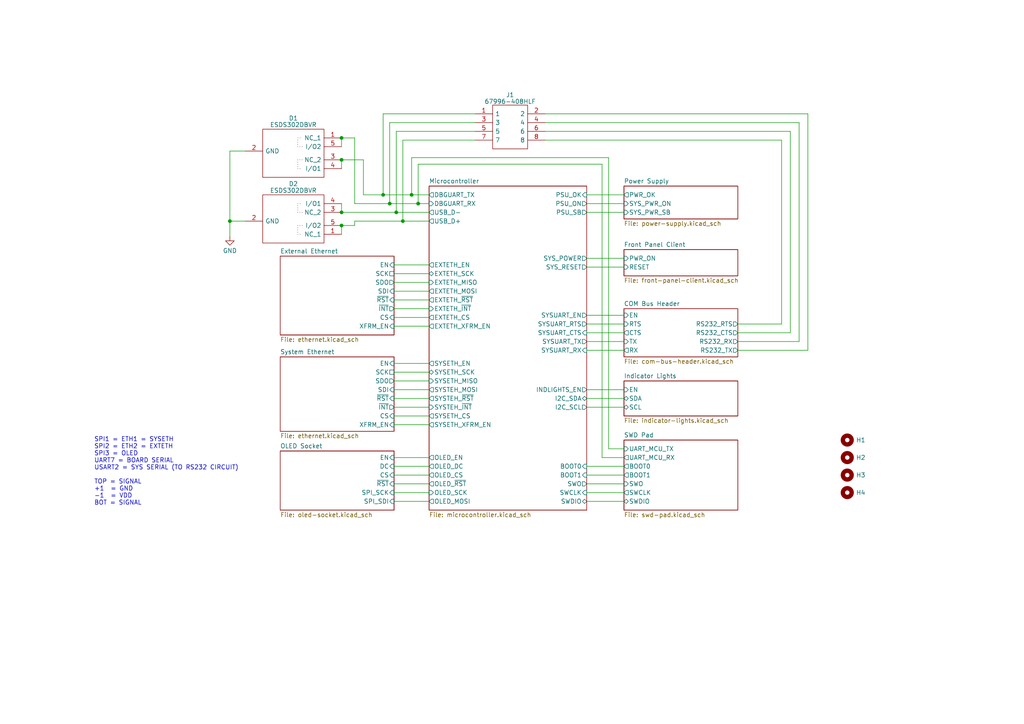
<source format=kicad_sch>
(kicad_sch (version 20230121) (generator eeschema)

  (uuid e89dcd22-1250-4a5b-b778-1c95a0dd623d)

  (paper "A4")

  (title_block
    (title "Oro Link")
    (date "2023-07-15")
    (rev "6")
    (company "Oro Operating System")
    (comment 1 "://oro.sh")
    (comment 2 "Joshua Lee Junon")
  )

  (lib_symbols
    (symbol "Mechanical:MountingHole" (pin_names (offset 1.016)) (in_bom yes) (on_board yes)
      (property "Reference" "H" (at 0 5.08 0)
        (effects (font (size 1.27 1.27)))
      )
      (property "Value" "MountingHole" (at 0 3.175 0)
        (effects (font (size 1.27 1.27)))
      )
      (property "Footprint" "" (at 0 0 0)
        (effects (font (size 1.27 1.27)) hide)
      )
      (property "Datasheet" "~" (at 0 0 0)
        (effects (font (size 1.27 1.27)) hide)
      )
      (property "ki_keywords" "mounting hole" (at 0 0 0)
        (effects (font (size 1.27 1.27)) hide)
      )
      (property "ki_description" "Mounting Hole without connection" (at 0 0 0)
        (effects (font (size 1.27 1.27)) hide)
      )
      (property "ki_fp_filters" "MountingHole*" (at 0 0 0)
        (effects (font (size 1.27 1.27)) hide)
      )
      (symbol "MountingHole_0_1"
        (circle (center 0 0) (radius 1.27)
          (stroke (width 1.27) (type default))
          (fill (type none))
        )
      )
    )
    (symbol "Oro:ESDS302DBVR_tied" (pin_names (offset 0.762)) (in_bom yes) (on_board yes)
      (property "Reference" "D" (at 13.97 3.81 0)
        (effects (font (size 1.27 1.27)))
      )
      (property "Value" "ESDS302DBVR" (at 13.97 1.27 0)
        (effects (font (size 1.27 1.27)))
      )
      (property "Footprint" "SOT95P280X145-5N" (at 40.64 3.81 0)
        (effects (font (size 1.27 1.27)) (justify left) hide)
      )
      (property "Datasheet" "http://www.ti.com/lit/gpn/esds302" (at 40.64 1.27 0)
        (effects (font (size 1.27 1.27)) (justify left) hide)
      )
      (property "Description" "3.6V Data-Line Surge and 30kV ESD Protection Diode Array" (at 40.64 -1.27 0)
        (effects (font (size 1.27 1.27)) (justify left) hide)
      )
      (property "Height" "1.45" (at 40.64 -21.59 0)
        (effects (font (size 1.27 1.27)) (justify left) hide)
      )
      (property "Manufacturer_Name" "Texas Instruments" (at 40.64 -6.35 0)
        (effects (font (size 1.27 1.27)) (justify left) hide)
      )
      (property "Manufacturer_Part_Number" "ESDS302DBVR" (at 40.64 -8.89 0)
        (effects (font (size 1.27 1.27)) (justify left) hide)
      )
      (property "Mouser Part Number" "595-ESDS302DBVR" (at 40.64 -11.43 0)
        (effects (font (size 1.27 1.27)) (justify left) hide)
      )
      (property "Mouser Price/Stock" "https://www.mouser.co.uk/ProductDetail/Texas-Instruments/ESDS302DBVR?qs=qSfuJ%252Bfl%2Fd4NxvvS2bbWLw%3D%3D" (at 40.64 -13.97 0)
        (effects (font (size 1.27 1.27)) (justify left) hide)
      )
      (property "Arrow Part Number" "ESDS302DBVR" (at 40.64 -16.51 0)
        (effects (font (size 1.27 1.27)) (justify left) hide)
      )
      (property "Arrow Price/Stock" "https://www.arrow.com/en/products/esds302dbvr/texas-instruments" (at 40.64 -19.05 0)
        (effects (font (size 1.27 1.27)) (justify left) hide)
      )
      (property "ki_description" "3.6V Data-Line Surge and 30kV ESD Protection Diode Array" (at 0 0 0)
        (effects (font (size 1.27 1.27)) hide)
      )
      (symbol "ESDS302DBVR_tied_0_0"
        (pin passive line (at 27.94 -11.43 180) (length 5.08)
          (name "NC_1" (effects (font (size 1.27 1.27))))
          (number "1" (effects (font (size 1.27 1.27))))
        )
        (pin passive line (at 0 -7.62 0) (length 5.08)
          (name "GND" (effects (font (size 1.27 1.27))))
          (number "2" (effects (font (size 1.27 1.27))))
        )
        (pin passive line (at 27.94 -5.08 180) (length 5.08)
          (name "NC_2" (effects (font (size 1.27 1.27))))
          (number "3" (effects (font (size 1.27 1.27))))
        )
        (pin passive line (at 27.94 -2.54 180) (length 5.08)
          (name "I/O1" (effects (font (size 1.27 1.27))))
          (number "4" (effects (font (size 1.27 1.27))))
        )
        (pin passive line (at 27.94 -8.89 180) (length 5.08)
          (name "I/O2" (effects (font (size 1.27 1.27))))
          (number "5" (effects (font (size 1.27 1.27))))
        )
      )
      (symbol "ESDS302DBVR_tied_0_1"
        (polyline
          (pts
            (xy 16.51 -8.89)
            (xy 15.24 -8.89)
            (xy 15.24 -11.43)
            (xy 16.51 -11.43)
          )
          (stroke (width 0) (type dot))
          (fill (type none))
        )
        (polyline
          (pts
            (xy 16.51 -5.08)
            (xy 15.24 -5.08)
            (xy 15.24 -2.54)
            (xy 16.51 -2.54)
          )
          (stroke (width 0) (type dot))
          (fill (type none))
        )
        (polyline
          (pts
            (xy 5.08 0)
            (xy 22.86 0)
            (xy 22.86 -13.97)
            (xy 5.08 -13.97)
            (xy 5.08 0)
          )
          (stroke (width 0.1524) (type solid))
          (fill (type none))
        )
      )
    )
    (symbol "SamacSys_Parts:67996-408HLF" (pin_names (offset 0.762)) (in_bom yes) (on_board yes)
      (property "Reference" "J" (at 16.51 7.62 0)
        (effects (font (size 1.27 1.27)) (justify left))
      )
      (property "Value" "67996-408HLF" (at 16.51 5.08 0)
        (effects (font (size 1.27 1.27)) (justify left))
      )
      (property "Footprint" "HDRV8W89P254_2X4_1016X483X858P" (at 16.51 2.54 0)
        (effects (font (size 1.27 1.27)) (justify left) hide)
      )
      (property "Datasheet" "https://cdn.amphenol-cs.com/media/wysiwyg/files/drawing/67996.pdf" (at 16.51 0 0)
        (effects (font (size 1.27 1.27)) (justify left) hide)
      )
      (property "Description" "BergStik, Board to Board connector, Unshrouded vertical header, Through Hole, Double Row, 8 Positions, 2.54 mm (0.100in) Pitch" (at 16.51 -2.54 0)
        (effects (font (size 1.27 1.27)) (justify left) hide)
      )
      (property "Height" "8.58" (at 16.51 -5.08 0)
        (effects (font (size 1.27 1.27)) (justify left) hide)
      )
      (property "Manufacturer_Name" "Amphenol Communications Solutions" (at 16.51 -7.62 0)
        (effects (font (size 1.27 1.27)) (justify left) hide)
      )
      (property "Manufacturer_Part_Number" "67996-408HLF" (at 16.51 -10.16 0)
        (effects (font (size 1.27 1.27)) (justify left) hide)
      )
      (property "Mouser Part Number" "649-67996-408HLF" (at 16.51 -12.7 0)
        (effects (font (size 1.27 1.27)) (justify left) hide)
      )
      (property "Mouser Price/Stock" "https://www.mouser.co.uk/ProductDetail/Amphenol-FCI/67996-408HLF?qs=zh4O8xspOux8A5Dq3mcAKw%3D%3D" (at 16.51 -15.24 0)
        (effects (font (size 1.27 1.27)) (justify left) hide)
      )
      (property "Arrow Part Number" "67996-408HLF" (at 16.51 -17.78 0)
        (effects (font (size 1.27 1.27)) (justify left) hide)
      )
      (property "Arrow Price/Stock" "https://www.arrow.com/en/products/67996-408hlf/amphenol-fci" (at 16.51 -20.32 0)
        (effects (font (size 1.27 1.27)) (justify left) hide)
      )
      (property "ki_description" "BergStik, Board to Board connector, Unshrouded vertical header, Through Hole, Double Row, 8 Positions, 2.54 mm (0.100in) Pitch" (at 0 0 0)
        (effects (font (size 1.27 1.27)) hide)
      )
      (symbol "67996-408HLF_0_0"
        (pin passive line (at 0 0 0) (length 5.08)
          (name "1" (effects (font (size 1.27 1.27))))
          (number "1" (effects (font (size 1.27 1.27))))
        )
        (pin passive line (at 20.32 0 180) (length 5.08)
          (name "2" (effects (font (size 1.27 1.27))))
          (number "2" (effects (font (size 1.27 1.27))))
        )
        (pin passive line (at 0 -2.54 0) (length 5.08)
          (name "3" (effects (font (size 1.27 1.27))))
          (number "3" (effects (font (size 1.27 1.27))))
        )
        (pin passive line (at 20.32 -2.54 180) (length 5.08)
          (name "4" (effects (font (size 1.27 1.27))))
          (number "4" (effects (font (size 1.27 1.27))))
        )
        (pin passive line (at 0 -5.08 0) (length 5.08)
          (name "5" (effects (font (size 1.27 1.27))))
          (number "5" (effects (font (size 1.27 1.27))))
        )
        (pin passive line (at 20.32 -5.08 180) (length 5.08)
          (name "6" (effects (font (size 1.27 1.27))))
          (number "6" (effects (font (size 1.27 1.27))))
        )
        (pin passive line (at 0 -7.62 0) (length 5.08)
          (name "7" (effects (font (size 1.27 1.27))))
          (number "7" (effects (font (size 1.27 1.27))))
        )
        (pin passive line (at 20.32 -7.62 180) (length 5.08)
          (name "8" (effects (font (size 1.27 1.27))))
          (number "8" (effects (font (size 1.27 1.27))))
        )
      )
      (symbol "67996-408HLF_0_1"
        (polyline
          (pts
            (xy 5.08 2.54)
            (xy 15.24 2.54)
            (xy 15.24 -10.16)
            (xy 5.08 -10.16)
            (xy 5.08 2.54)
          )
          (stroke (width 0.1524) (type solid))
          (fill (type none))
        )
      )
    )
    (symbol "power:GND" (power) (pin_names (offset 0)) (in_bom yes) (on_board yes)
      (property "Reference" "#PWR" (at 0 -6.35 0)
        (effects (font (size 1.27 1.27)) hide)
      )
      (property "Value" "GND" (at 0 -3.81 0)
        (effects (font (size 1.27 1.27)))
      )
      (property "Footprint" "" (at 0 0 0)
        (effects (font (size 1.27 1.27)) hide)
      )
      (property "Datasheet" "" (at 0 0 0)
        (effects (font (size 1.27 1.27)) hide)
      )
      (property "ki_keywords" "global power" (at 0 0 0)
        (effects (font (size 1.27 1.27)) hide)
      )
      (property "ki_description" "Power symbol creates a global label with name \"GND\" , ground" (at 0 0 0)
        (effects (font (size 1.27 1.27)) hide)
      )
      (symbol "GND_0_1"
        (polyline
          (pts
            (xy 0 0)
            (xy 0 -1.27)
            (xy 1.27 -1.27)
            (xy 0 -2.54)
            (xy -1.27 -1.27)
            (xy 0 -1.27)
          )
          (stroke (width 0) (type default))
          (fill (type none))
        )
      )
      (symbol "GND_1_1"
        (pin power_in line (at 0 0 270) (length 0) hide
          (name "GND" (effects (font (size 1.27 1.27))))
          (number "1" (effects (font (size 1.27 1.27))))
        )
      )
    )
  )

  (junction (at 119.38 56.515) (diameter 0) (color 0 0 0 0)
    (uuid 29b18527-6dbf-49d3-ba0f-0ea16865cbe8)
  )
  (junction (at 99.06 61.595) (diameter 0) (color 0 0 0 0)
    (uuid 4ca1c7c8-4632-48f5-87fd-c911eacb0d9d)
  )
  (junction (at 111.125 56.515) (diameter 0) (color 0 0 0 0)
    (uuid 5787083e-1b0b-46b5-9cf5-dbd8f4481593)
  )
  (junction (at 99.06 65.405) (diameter 0) (color 0 0 0 0)
    (uuid 7874a394-225e-4876-acac-0799cc43b688)
  )
  (junction (at 99.06 46.355) (diameter 0) (color 0 0 0 0)
    (uuid 7f1224a3-b8fa-4fd2-aee9-84070693d98a)
  )
  (junction (at 116.84 64.135) (diameter 0) (color 0 0 0 0)
    (uuid 99bc7eea-3b0a-4d15-8793-817cc66589ff)
  )
  (junction (at 114.935 61.595) (diameter 0) (color 0 0 0 0)
    (uuid bd6fe481-d59b-4626-9e23-cd3fbc600ec2)
  )
  (junction (at 66.675 64.135) (diameter 0) (color 0 0 0 0)
    (uuid d7469f64-9197-4c07-8214-357cf3ee6e9f)
  )
  (junction (at 121.285 59.055) (diameter 0) (color 0 0 0 0)
    (uuid e1bd5765-82eb-4f20-8fd8-cf7d0808027d)
  )
  (junction (at 113.03 59.055) (diameter 0) (color 0 0 0 0)
    (uuid e760638a-21e0-4458-a079-5aedeff01bbf)
  )
  (junction (at 99.06 40.005) (diameter 0) (color 0 0 0 0)
    (uuid ea16ac5a-411e-4c7c-98fc-ad4d44a588f8)
  )

  (wire (pts (xy 114.3 132.715) (xy 124.46 132.715))
    (stroke (width 0) (type default))
    (uuid 0168c806-d34c-4238-bc07-a6d7b739af64)
  )
  (wire (pts (xy 114.3 113.03) (xy 124.46 113.03))
    (stroke (width 0) (type default))
    (uuid 01db7def-863f-4460-a802-2ec51dfb9367)
  )
  (wire (pts (xy 111.125 33.02) (xy 137.795 33.02))
    (stroke (width 0) (type default))
    (uuid 036d3013-9595-4cc0-bea0-90d90156a23c)
  )
  (wire (pts (xy 170.18 113.03) (xy 180.975 113.03))
    (stroke (width 0) (type default))
    (uuid 03a98f7f-d665-48ca-82cb-8419fcc843fd)
  )
  (wire (pts (xy 102.87 59.055) (xy 102.87 40.005))
    (stroke (width 0) (type default))
    (uuid 04f6c70f-3735-4e4b-b285-32a03e7c6123)
  )
  (wire (pts (xy 176.53 130.175) (xy 180.975 130.175))
    (stroke (width 0) (type default))
    (uuid 07de3d07-6e0c-475b-a80a-819fc538aa02)
  )
  (wire (pts (xy 99.06 65.405) (xy 99.06 67.945))
    (stroke (width 0) (type default))
    (uuid 0ffdaf8e-7e48-4a89-a80c-25714ea2b762)
  )
  (wire (pts (xy 114.3 92.075) (xy 124.46 92.075))
    (stroke (width 0) (type default))
    (uuid 10ca1b8d-b487-4903-8905-351b7f5e2867)
  )
  (wire (pts (xy 170.18 61.595) (xy 180.975 61.595))
    (stroke (width 0) (type default))
    (uuid 152bd8d4-ae66-44fe-b3dd-3e9e69f46ce3)
  )
  (wire (pts (xy 99.06 40.005) (xy 99.06 42.545))
    (stroke (width 0) (type default))
    (uuid 160737cb-82e3-467f-bebf-23aac6480744)
  )
  (wire (pts (xy 226.695 93.98) (xy 226.695 40.64))
    (stroke (width 0) (type default))
    (uuid 1a783963-0101-49c2-b6fb-ae61bfb14778)
  )
  (wire (pts (xy 114.3 79.375) (xy 124.46 79.375))
    (stroke (width 0) (type default))
    (uuid 1ab50632-c857-41a9-8a63-55b3d8566a6a)
  )
  (wire (pts (xy 111.125 56.515) (xy 111.125 33.02))
    (stroke (width 0) (type default))
    (uuid 25205aec-de05-41e6-83cf-cca130b6193f)
  )
  (wire (pts (xy 119.38 56.515) (xy 119.38 45.72))
    (stroke (width 0) (type default))
    (uuid 26be1d0e-50cb-48e4-9ad6-1101576f3f80)
  )
  (wire (pts (xy 170.18 101.6) (xy 180.975 101.6))
    (stroke (width 0) (type default))
    (uuid 28118b36-6637-4bcb-b125-ceab1d16aaca)
  )
  (wire (pts (xy 174.625 132.715) (xy 180.975 132.715))
    (stroke (width 0) (type default))
    (uuid 2bf1b1f3-dd96-4c6f-968f-fbd71c9585e3)
  )
  (wire (pts (xy 116.84 40.64) (xy 137.795 40.64))
    (stroke (width 0) (type default))
    (uuid 2d8cc211-894a-43ce-80f7-6bb0cb112226)
  )
  (wire (pts (xy 114.3 115.57) (xy 124.46 115.57))
    (stroke (width 0) (type default))
    (uuid 3001de68-d355-4341-b3ae-afe7b3089673)
  )
  (wire (pts (xy 116.84 64.135) (xy 116.84 40.64))
    (stroke (width 0) (type default))
    (uuid 353e7f56-5f7e-4cda-b7d4-59ab77b055a6)
  )
  (wire (pts (xy 119.38 56.515) (xy 124.46 56.515))
    (stroke (width 0) (type default))
    (uuid 37b75ee8-1328-496e-a306-99234f09c444)
  )
  (wire (pts (xy 114.3 105.41) (xy 124.46 105.41))
    (stroke (width 0) (type default))
    (uuid 3ae45b58-093b-4770-af1d-0954498e28fb)
  )
  (wire (pts (xy 114.3 142.875) (xy 124.46 142.875))
    (stroke (width 0) (type default))
    (uuid 4072240e-cfa3-47f8-837f-e2d9c720eb6b)
  )
  (wire (pts (xy 116.84 64.135) (xy 102.87 64.135))
    (stroke (width 0) (type default))
    (uuid 409aa5bf-c527-49bd-89ea-47c045537ba9)
  )
  (wire (pts (xy 213.995 99.06) (xy 231.775 99.06))
    (stroke (width 0) (type default))
    (uuid 42bdfc22-5b82-457e-a3d2-3ef5d96d01c2)
  )
  (wire (pts (xy 114.3 84.455) (xy 124.46 84.455))
    (stroke (width 0) (type default))
    (uuid 47418031-dcdc-4b38-bff9-ed373f689568)
  )
  (wire (pts (xy 114.935 61.595) (xy 114.935 38.1))
    (stroke (width 0) (type default))
    (uuid 47fd6688-0cc3-4037-9b27-bfc48643a096)
  )
  (wire (pts (xy 105.41 46.355) (xy 99.06 46.355))
    (stroke (width 0) (type default))
    (uuid 49fb8455-2a82-4128-a549-4706cc589046)
  )
  (wire (pts (xy 111.125 56.515) (xy 119.38 56.515))
    (stroke (width 0) (type default))
    (uuid 4d9a922b-8b1a-44a2-8a0f-6bf2d33d2713)
  )
  (wire (pts (xy 114.3 135.255) (xy 124.46 135.255))
    (stroke (width 0) (type default))
    (uuid 4db8af70-dc43-4e8d-a7a2-42222cf9f24b)
  )
  (wire (pts (xy 99.06 61.595) (xy 114.935 61.595))
    (stroke (width 0) (type default))
    (uuid 4dd8d431-430d-483e-85b2-d89c439b7743)
  )
  (wire (pts (xy 170.18 59.055) (xy 180.975 59.055))
    (stroke (width 0) (type default))
    (uuid 4fe290a5-c5f4-426d-95a6-8df60097a32f)
  )
  (wire (pts (xy 114.3 81.915) (xy 124.46 81.915))
    (stroke (width 0) (type default))
    (uuid 52ff3c14-b567-41c9-abbf-a2ef3f189d43)
  )
  (wire (pts (xy 174.625 47.625) (xy 174.625 132.715))
    (stroke (width 0) (type default))
    (uuid 54677c02-149b-4b23-83f7-34f549036e73)
  )
  (wire (pts (xy 105.41 56.515) (xy 105.41 46.355))
    (stroke (width 0) (type default))
    (uuid 54704a0c-804a-41be-b2d4-b12285383855)
  )
  (wire (pts (xy 213.995 93.98) (xy 226.695 93.98))
    (stroke (width 0) (type default))
    (uuid 57148e95-decf-4d21-a416-44c321855822)
  )
  (wire (pts (xy 114.3 123.19) (xy 124.46 123.19))
    (stroke (width 0) (type default))
    (uuid 5e5f2025-7d36-4e7e-bccd-f14075d0d92e)
  )
  (wire (pts (xy 102.87 40.005) (xy 99.06 40.005))
    (stroke (width 0) (type default))
    (uuid 66fc3c4a-a2a7-4c23-a789-bc8435e5e047)
  )
  (wire (pts (xy 99.06 59.055) (xy 99.06 61.595))
    (stroke (width 0) (type default))
    (uuid 672cb193-4d89-4eec-89df-5f9b1e52fd23)
  )
  (wire (pts (xy 71.12 43.815) (xy 66.675 43.815))
    (stroke (width 0) (type default))
    (uuid 690f768e-efff-4453-8ef4-ae3d6b879c1c)
  )
  (wire (pts (xy 158.115 33.02) (xy 234.315 33.02))
    (stroke (width 0) (type default))
    (uuid 69b46502-60d4-4154-9fe2-9edf26197a11)
  )
  (wire (pts (xy 114.3 140.335) (xy 124.46 140.335))
    (stroke (width 0) (type default))
    (uuid 6d5f7412-4a81-4c1d-a3ae-7c347d93f5bd)
  )
  (wire (pts (xy 234.315 101.6) (xy 234.315 33.02))
    (stroke (width 0) (type default))
    (uuid 7028f7fa-ceba-41c1-a743-5e979a45f948)
  )
  (wire (pts (xy 102.87 65.405) (xy 99.06 65.405))
    (stroke (width 0) (type default))
    (uuid 762a0d21-d547-4cc9-ad0d-2ed9bb6c2c20)
  )
  (wire (pts (xy 114.3 76.835) (xy 124.46 76.835))
    (stroke (width 0) (type default))
    (uuid 76b99586-ad18-4eeb-8010-5f8e662b39fd)
  )
  (wire (pts (xy 170.18 118.11) (xy 180.975 118.11))
    (stroke (width 0) (type default))
    (uuid 7b54ad0b-f4a9-44b5-a886-f5769a1496e0)
  )
  (wire (pts (xy 66.675 64.135) (xy 66.675 68.58))
    (stroke (width 0) (type default))
    (uuid 80f00e60-541b-4a72-b665-5495ffaaefbc)
  )
  (wire (pts (xy 114.3 89.535) (xy 124.46 89.535))
    (stroke (width 0) (type default))
    (uuid 83ed30c9-f060-4b12-84ef-26d3fb55fc99)
  )
  (wire (pts (xy 114.3 94.615) (xy 124.46 94.615))
    (stroke (width 0) (type default))
    (uuid 87c6b790-475b-4aca-beda-91c6d1a75dd0)
  )
  (wire (pts (xy 170.18 77.47) (xy 180.975 77.47))
    (stroke (width 0) (type default))
    (uuid 897a3fbf-a458-4dd6-8eb8-a567a8388310)
  )
  (wire (pts (xy 170.18 115.57) (xy 180.975 115.57))
    (stroke (width 0) (type default))
    (uuid 8a1495ed-2378-4ca1-8b57-dbe9ae54dd91)
  )
  (wire (pts (xy 170.18 96.52) (xy 180.975 96.52))
    (stroke (width 0) (type default))
    (uuid 8b7c7054-f565-4b9d-a7d0-1832ae3f140f)
  )
  (wire (pts (xy 170.18 135.255) (xy 180.975 135.255))
    (stroke (width 0) (type default))
    (uuid 8bf7584f-fd6c-4af2-bf73-64cb37c3446b)
  )
  (wire (pts (xy 99.06 46.355) (xy 99.06 48.895))
    (stroke (width 0) (type default))
    (uuid 8c020e15-2a89-47e2-b677-c295758ceb47)
  )
  (wire (pts (xy 121.285 59.055) (xy 121.285 47.625))
    (stroke (width 0) (type default))
    (uuid 8cbe5762-39c1-465d-bf72-a77c77c781bd)
  )
  (wire (pts (xy 170.18 145.415) (xy 180.975 145.415))
    (stroke (width 0) (type default))
    (uuid 924d4866-1d30-4676-90a2-f2a3e1da2929)
  )
  (wire (pts (xy 170.18 142.875) (xy 180.975 142.875))
    (stroke (width 0) (type default))
    (uuid 977abf6e-1aa6-4ed6-90f5-464ab8571b5d)
  )
  (wire (pts (xy 66.675 43.815) (xy 66.675 64.135))
    (stroke (width 0) (type default))
    (uuid 98baadb6-e09e-4910-a2c8-8e1a51ccc1a6)
  )
  (wire (pts (xy 114.3 120.65) (xy 124.46 120.65))
    (stroke (width 0) (type default))
    (uuid 9d00d30f-68a1-42eb-b2ea-fd2a7042acc2)
  )
  (wire (pts (xy 170.18 140.335) (xy 180.975 140.335))
    (stroke (width 0) (type default))
    (uuid 9fbe0aba-7154-4c92-af5d-890c437ce2bd)
  )
  (wire (pts (xy 170.18 93.98) (xy 180.975 93.98))
    (stroke (width 0) (type default))
    (uuid a1bce170-0825-4f27-8518-b3f29d266197)
  )
  (wire (pts (xy 114.3 86.995) (xy 124.46 86.995))
    (stroke (width 0) (type default))
    (uuid a41945d4-39a5-492e-9154-6006ae4870df)
  )
  (wire (pts (xy 102.87 59.055) (xy 113.03 59.055))
    (stroke (width 0) (type default))
    (uuid a89c211e-b284-4609-83c2-5093e0ad8e40)
  )
  (wire (pts (xy 114.3 110.49) (xy 124.46 110.49))
    (stroke (width 0) (type default))
    (uuid b1afb864-391d-47ed-a95c-23001178e082)
  )
  (wire (pts (xy 158.115 38.1) (xy 229.235 38.1))
    (stroke (width 0) (type default))
    (uuid b2fda4d0-b392-4799-9784-03c87961238d)
  )
  (wire (pts (xy 113.03 35.56) (xy 137.795 35.56))
    (stroke (width 0) (type default))
    (uuid b4e5dc68-a4aa-4357-840d-20a1b11fe0fc)
  )
  (wire (pts (xy 170.18 99.06) (xy 180.975 99.06))
    (stroke (width 0) (type default))
    (uuid b5019148-2f84-4d09-99e2-8a3861857546)
  )
  (wire (pts (xy 170.18 56.515) (xy 180.975 56.515))
    (stroke (width 0) (type default))
    (uuid b6d9fd4c-f306-486b-94e6-284b8435a7db)
  )
  (wire (pts (xy 66.675 64.135) (xy 71.12 64.135))
    (stroke (width 0) (type default))
    (uuid b78905cd-cfb2-40e7-8bd6-56e7151cfd82)
  )
  (wire (pts (xy 121.285 47.625) (xy 174.625 47.625))
    (stroke (width 0) (type default))
    (uuid ba49efba-af4b-477e-89b2-20316f720ac7)
  )
  (wire (pts (xy 114.935 38.1) (xy 137.795 38.1))
    (stroke (width 0) (type default))
    (uuid bbc2107f-7059-4517-a77b-5e48f9d1b025)
  )
  (wire (pts (xy 114.3 145.415) (xy 124.46 145.415))
    (stroke (width 0) (type default))
    (uuid be4501a4-49b6-4727-acd6-12aa07f212da)
  )
  (wire (pts (xy 170.18 91.44) (xy 180.975 91.44))
    (stroke (width 0) (type default))
    (uuid c05db56f-3265-4e46-8bed-bb5e832415b6)
  )
  (wire (pts (xy 113.03 59.055) (xy 113.03 35.56))
    (stroke (width 0) (type default))
    (uuid c07fd251-e3cd-4c16-a4e3-8ce1e3554406)
  )
  (wire (pts (xy 114.3 137.795) (xy 124.46 137.795))
    (stroke (width 0) (type default))
    (uuid c0f8e925-b3d5-4996-8c38-162725c1b471)
  )
  (wire (pts (xy 102.87 64.135) (xy 102.87 65.405))
    (stroke (width 0) (type default))
    (uuid c3b8630d-8127-47ee-b240-0af7be5d4128)
  )
  (wire (pts (xy 170.18 74.93) (xy 180.975 74.93))
    (stroke (width 0) (type default))
    (uuid c72279ae-b7b6-4607-8455-042ea6628670)
  )
  (wire (pts (xy 119.38 45.72) (xy 176.53 45.72))
    (stroke (width 0) (type default))
    (uuid c8e79e83-7206-4c5e-a250-a5fc7dcd499a)
  )
  (wire (pts (xy 121.285 59.055) (xy 124.46 59.055))
    (stroke (width 0) (type default))
    (uuid c948733d-c77e-4a1c-9af6-5a922c1fb816)
  )
  (wire (pts (xy 113.03 59.055) (xy 121.285 59.055))
    (stroke (width 0) (type default))
    (uuid c968107b-9bd1-41cc-b983-31f19ee89c91)
  )
  (wire (pts (xy 229.235 96.52) (xy 229.235 38.1))
    (stroke (width 0) (type default))
    (uuid ca8a7b42-83f0-40b6-b2af-10d849effb19)
  )
  (wire (pts (xy 114.3 118.11) (xy 124.46 118.11))
    (stroke (width 0) (type default))
    (uuid cbabc6c3-acc8-4b4d-adae-3e4f6f702ed5)
  )
  (wire (pts (xy 158.115 35.56) (xy 231.775 35.56))
    (stroke (width 0) (type default))
    (uuid cd963b88-f9d9-48f0-bf64-9d444f40c682)
  )
  (wire (pts (xy 176.53 45.72) (xy 176.53 130.175))
    (stroke (width 0) (type default))
    (uuid d05a3bce-c405-4034-ab30-22f90713b323)
  )
  (wire (pts (xy 213.995 96.52) (xy 229.235 96.52))
    (stroke (width 0) (type default))
    (uuid d80e3315-9497-4fca-87de-1c69bd14ddf9)
  )
  (wire (pts (xy 231.775 99.06) (xy 231.775 35.56))
    (stroke (width 0) (type default))
    (uuid ddeb8c41-6f8a-4e32-a2af-fe534d9a220f)
  )
  (wire (pts (xy 116.84 64.135) (xy 124.46 64.135))
    (stroke (width 0) (type default))
    (uuid e8a3dda5-d6b6-4143-b01d-2d14b4e8c430)
  )
  (wire (pts (xy 158.115 40.64) (xy 226.695 40.64))
    (stroke (width 0) (type default))
    (uuid ea83593d-ca09-45d5-906b-42aea9eabb83)
  )
  (wire (pts (xy 114.3 107.95) (xy 124.46 107.95))
    (stroke (width 0) (type default))
    (uuid efd56462-d170-45cd-812b-e577b683338e)
  )
  (wire (pts (xy 170.18 137.795) (xy 180.975 137.795))
    (stroke (width 0) (type default))
    (uuid f003bedf-871b-450d-a195-835c502224fc)
  )
  (wire (pts (xy 105.41 56.515) (xy 111.125 56.515))
    (stroke (width 0) (type default))
    (uuid f172159b-1693-4eb7-8a74-ba4295e50b47)
  )
  (wire (pts (xy 114.935 61.595) (xy 124.46 61.595))
    (stroke (width 0) (type default))
    (uuid f2f0b0d8-5b67-4998-86bd-77dcee19d73b)
  )
  (wire (pts (xy 213.995 101.6) (xy 234.315 101.6))
    (stroke (width 0) (type default))
    (uuid ff742753-2cc4-45a9-980b-9f05e1480727)
  )

  (text "SPI1 = ETH1 = SYSETH\nSPI2 = ETH2 = EXTETH\nSPI3 = OLED\nUART7 = BOARD SERIAL\nUSART2 = SYS SERIAL (TO RS232 CIRCUIT)\n\nTOP = SIGNAL\n+1  = GND\n-1  = VDD\nBOT = SIGNAL"
    (at 27.305 146.685 0)
    (effects (font (size 1.27 1.27)) (justify left bottom))
    (uuid 3c640dba-fa52-4fbc-b48a-7d17584c9cc7)
  )

  (symbol (lib_id "Mechanical:MountingHole") (at 245.745 137.795 0) (unit 1)
    (in_bom no) (on_board yes) (dnp no)
    (uuid 0ab99149-4c96-48f3-9c24-64cfff9a7bdb)
    (property "Reference" "H5" (at 248.285 137.795 0)
      (effects (font (size 1.27 1.27)) (justify left))
    )
    (property "Value" "MountingHole_Pad" (at 248.285 137.8023 0)
      (effects (font (size 1.27 1.27)) (justify left) hide)
    )
    (property "Footprint" "MountingHole:MountingHole_3.2mm_M3_Pad_Via" (at 245.745 137.795 0)
      (effects (font (size 1.27 1.27)) hide)
    )
    (property "Datasheet" "~" (at 245.745 137.795 0)
      (effects (font (size 1.27 1.27)) hide)
    )
    (property "Sim.Enable" "0" (at 245.745 137.795 0)
      (effects (font (size 1.27 1.27)) hide)
    )
    (instances
      (project "Oro Testbed v2"
        (path "/3d0fc623-63eb-45e5-a304-e470d9b3a173"
          (reference "H5") (unit 1)
        )
      )
      (project "OroLink"
        (path "/e89dcd22-1250-4a5b-b778-1c95a0dd623d"
          (reference "H3") (unit 1)
        )
        (path "/e89dcd22-1250-4a5b-b778-1c95a0dd623d/f955395e-bf1a-4ef3-9cfe-ec9d49f66988"
          (reference "H3") (unit 1)
        )
      )
    )
  )

  (symbol (lib_id "Oro:ESDS302DBVR_tied") (at 71.12 56.515 0) (unit 1)
    (in_bom yes) (on_board yes) (dnp no)
    (uuid 2572ff69-8133-444c-bc70-9ecd93aa7426)
    (property "Reference" "D2" (at 85.09 53.324 0)
      (effects (font (size 1.27 1.27)))
    )
    (property "Value" "ESDS302DBVR" (at 85.09 55.245 0)
      (effects (font (size 1.27 1.27)))
    )
    (property "Footprint" "SOT95P280X145-5N" (at 111.76 52.705 0)
      (effects (font (size 1.27 1.27)) (justify left) hide)
    )
    (property "Datasheet" "http://www.ti.com/lit/gpn/esds302" (at 111.76 55.245 0)
      (effects (font (size 1.27 1.27)) (justify left) hide)
    )
    (property "Description" "3.6V Data-Line Surge and 30kV ESD Protection Diode Array" (at 111.76 57.785 0)
      (effects (font (size 1.27 1.27)) (justify left) hide)
    )
    (property "Height" "1.45" (at 111.76 78.105 0)
      (effects (font (size 1.27 1.27)) (justify left) hide)
    )
    (property "Manufacturer_Name" "Texas Instruments" (at 111.76 62.865 0)
      (effects (font (size 1.27 1.27)) (justify left) hide)
    )
    (property "Manufacturer_Part_Number" "ESDS302DBVR" (at 111.76 65.405 0)
      (effects (font (size 1.27 1.27)) (justify left) hide)
    )
    (property "Mouser Part Number" "595-ESDS302DBVR" (at 111.76 67.945 0)
      (effects (font (size 1.27 1.27)) (justify left) hide)
    )
    (property "Mouser Price/Stock" "https://www.mouser.co.uk/ProductDetail/Texas-Instruments/ESDS302DBVR?qs=qSfuJ%252Bfl%2Fd4NxvvS2bbWLw%3D%3D" (at 111.76 70.485 0)
      (effects (font (size 1.27 1.27)) (justify left) hide)
    )
    (property "Arrow Part Number" "ESDS302DBVR" (at 111.76 73.025 0)
      (effects (font (size 1.27 1.27)) (justify left) hide)
    )
    (property "Arrow Price/Stock" "https://www.arrow.com/en/products/esds302dbvr/texas-instruments" (at 111.76 75.565 0)
      (effects (font (size 1.27 1.27)) (justify left) hide)
    )
    (pin "1" (uuid 2f97dec0-df0a-495d-9b90-1c7d28d8bedf))
    (pin "2" (uuid 658b3409-9514-4d1c-af4c-e6448dea7fe7))
    (pin "3" (uuid e3aba5a2-d80e-453d-9d3b-460967d38ba1))
    (pin "4" (uuid 3f89b190-a6af-4b67-8c71-6bde7661de7f))
    (pin "5" (uuid 9ed71205-686c-4a37-a92e-928df7f6d355))
    (instances
      (project "OroLink"
        (path "/e89dcd22-1250-4a5b-b778-1c95a0dd623d"
          (reference "D2") (unit 1)
        )
      )
    )
  )

  (symbol (lib_id "power:GND") (at 66.675 68.58 0) (unit 1)
    (in_bom yes) (on_board yes) (dnp no) (fields_autoplaced)
    (uuid 555e58ac-57b4-4f92-9fa4-ad2cbc40af0e)
    (property "Reference" "#PWR01" (at 66.675 74.93 0)
      (effects (font (size 1.27 1.27)) hide)
    )
    (property "Value" "GND" (at 66.675 72.7155 0)
      (effects (font (size 1.27 1.27)))
    )
    (property "Footprint" "" (at 66.675 68.58 0)
      (effects (font (size 1.27 1.27)) hide)
    )
    (property "Datasheet" "" (at 66.675 68.58 0)
      (effects (font (size 1.27 1.27)) hide)
    )
    (pin "1" (uuid 91aeefc1-ccee-4e97-ad0b-27df248dddee))
    (instances
      (project "OroLink"
        (path "/e89dcd22-1250-4a5b-b778-1c95a0dd623d"
          (reference "#PWR01") (unit 1)
        )
      )
    )
  )

  (symbol (lib_id "Mechanical:MountingHole") (at 245.745 132.715 0) (unit 1)
    (in_bom no) (on_board yes) (dnp no)
    (uuid 751be5ab-577e-4925-9098-8bf2a60ce414)
    (property "Reference" "H5" (at 248.285 132.715 0)
      (effects (font (size 1.27 1.27)) (justify left))
    )
    (property "Value" "MountingHole_Pad" (at 248.285 132.7223 0)
      (effects (font (size 1.27 1.27)) (justify left) hide)
    )
    (property "Footprint" "MountingHole:MountingHole_3.2mm_M3_Pad_Via" (at 245.745 132.715 0)
      (effects (font (size 1.27 1.27)) hide)
    )
    (property "Datasheet" "~" (at 245.745 132.715 0)
      (effects (font (size 1.27 1.27)) hide)
    )
    (property "Sim.Enable" "0" (at 245.745 132.715 0)
      (effects (font (size 1.27 1.27)) hide)
    )
    (instances
      (project "Oro Testbed v2"
        (path "/3d0fc623-63eb-45e5-a304-e470d9b3a173"
          (reference "H5") (unit 1)
        )
      )
      (project "OroLink"
        (path "/e89dcd22-1250-4a5b-b778-1c95a0dd623d"
          (reference "H2") (unit 1)
        )
        (path "/e89dcd22-1250-4a5b-b778-1c95a0dd623d/f955395e-bf1a-4ef3-9cfe-ec9d49f66988"
          (reference "H2") (unit 1)
        )
      )
    )
  )

  (symbol (lib_id "Oro:ESDS302DBVR_tied") (at 71.12 51.435 0) (mirror x) (unit 1)
    (in_bom yes) (on_board yes) (dnp no)
    (uuid 8c98d064-a1d8-4cb5-9f3f-5cba9d4d2cd1)
    (property "Reference" "D1" (at 85.09 34.29 0)
      (effects (font (size 1.27 1.27)))
    )
    (property "Value" "ESDS302DBVR" (at 85.09 36.195 0)
      (effects (font (size 1.27 1.27)))
    )
    (property "Footprint" "SOT95P280X145-5N" (at 111.76 55.245 0)
      (effects (font (size 1.27 1.27)) (justify left) hide)
    )
    (property "Datasheet" "http://www.ti.com/lit/gpn/esds302" (at 111.76 52.705 0)
      (effects (font (size 1.27 1.27)) (justify left) hide)
    )
    (property "Description" "3.6V Data-Line Surge and 30kV ESD Protection Diode Array" (at 111.76 50.165 0)
      (effects (font (size 1.27 1.27)) (justify left) hide)
    )
    (property "Height" "1.45" (at 111.76 29.845 0)
      (effects (font (size 1.27 1.27)) (justify left) hide)
    )
    (property "Manufacturer_Name" "Texas Instruments" (at 111.76 45.085 0)
      (effects (font (size 1.27 1.27)) (justify left) hide)
    )
    (property "Manufacturer_Part_Number" "ESDS302DBVR" (at 111.76 42.545 0)
      (effects (font (size 1.27 1.27)) (justify left) hide)
    )
    (property "Mouser Part Number" "595-ESDS302DBVR" (at 111.76 40.005 0)
      (effects (font (size 1.27 1.27)) (justify left) hide)
    )
    (property "Mouser Price/Stock" "https://www.mouser.co.uk/ProductDetail/Texas-Instruments/ESDS302DBVR?qs=qSfuJ%252Bfl%2Fd4NxvvS2bbWLw%3D%3D" (at 111.76 37.465 0)
      (effects (font (size 1.27 1.27)) (justify left) hide)
    )
    (property "Arrow Part Number" "ESDS302DBVR" (at 111.76 34.925 0)
      (effects (font (size 1.27 1.27)) (justify left) hide)
    )
    (property "Arrow Price/Stock" "https://www.arrow.com/en/products/esds302dbvr/texas-instruments" (at 111.76 32.385 0)
      (effects (font (size 1.27 1.27)) (justify left) hide)
    )
    (pin "1" (uuid 73d454e8-6569-4d3a-b97e-56979f4ce3fc))
    (pin "2" (uuid c586548a-9d60-4bb6-acf3-23558f44e2dd))
    (pin "3" (uuid 4faa7015-e64b-4c61-8860-aae3907b813c))
    (pin "4" (uuid 6091afae-1fe2-4838-9839-7b8a218d5da4))
    (pin "5" (uuid d1b2f388-fb3a-48e1-84d7-32b4d77149ce))
    (instances
      (project "OroLink"
        (path "/e89dcd22-1250-4a5b-b778-1c95a0dd623d"
          (reference "D1") (unit 1)
        )
      )
    )
  )

  (symbol (lib_id "Mechanical:MountingHole") (at 245.745 127.635 0) (unit 1)
    (in_bom no) (on_board yes) (dnp no)
    (uuid 9dd13a92-b82c-4ebc-91a3-88130551705d)
    (property "Reference" "H5" (at 248.285 127.635 0)
      (effects (font (size 1.27 1.27)) (justify left))
    )
    (property "Value" "MountingHole_Pad" (at 248.285 127.6423 0)
      (effects (font (size 1.27 1.27)) (justify left) hide)
    )
    (property "Footprint" "MountingHole:MountingHole_3.2mm_M3_Pad_Via" (at 245.745 127.635 0)
      (effects (font (size 1.27 1.27)) hide)
    )
    (property "Datasheet" "~" (at 245.745 127.635 0)
      (effects (font (size 1.27 1.27)) hide)
    )
    (property "Sim.Enable" "0" (at 245.745 127.635 0)
      (effects (font (size 1.27 1.27)) hide)
    )
    (instances
      (project "Oro Testbed v2"
        (path "/3d0fc623-63eb-45e5-a304-e470d9b3a173"
          (reference "H5") (unit 1)
        )
      )
      (project "OroLink"
        (path "/e89dcd22-1250-4a5b-b778-1c95a0dd623d"
          (reference "H1") (unit 1)
        )
        (path "/e89dcd22-1250-4a5b-b778-1c95a0dd623d/f955395e-bf1a-4ef3-9cfe-ec9d49f66988"
          (reference "H1") (unit 1)
        )
      )
    )
  )

  (symbol (lib_id "Mechanical:MountingHole") (at 245.745 142.875 0) (unit 1)
    (in_bom no) (on_board yes) (dnp no)
    (uuid d2d4de64-8d15-49c9-8a35-55aa8d3466de)
    (property "Reference" "H2" (at 248.285 142.8837 0)
      (effects (font (size 1.27 1.27)) (justify left))
    )
    (property "Value" "MountingHole_Pad" (at 248.285 142.8823 0)
      (effects (font (size 1.27 1.27)) (justify left) hide)
    )
    (property "Footprint" "MountingHole:MountingHole_3.2mm_M3_Pad_Via" (at 245.745 142.875 0)
      (effects (font (size 1.27 1.27)) hide)
    )
    (property "Datasheet" "~" (at 245.745 142.875 0)
      (effects (font (size 1.27 1.27)) hide)
    )
    (property "Sim.Enable" "0" (at 245.745 142.875 0)
      (effects (font (size 1.27 1.27)) hide)
    )
    (instances
      (project "Oro Testbed v2"
        (path "/3d0fc623-63eb-45e5-a304-e470d9b3a173"
          (reference "H2") (unit 1)
        )
      )
      (project "OroLink"
        (path "/e89dcd22-1250-4a5b-b778-1c95a0dd623d"
          (reference "H4") (unit 1)
        )
        (path "/e89dcd22-1250-4a5b-b778-1c95a0dd623d/f955395e-bf1a-4ef3-9cfe-ec9d49f66988"
          (reference "H6") (unit 1)
        )
      )
    )
  )

  (symbol (lib_id "SamacSys_Parts:67996-408HLF") (at 137.795 33.02 0) (unit 1)
    (in_bom yes) (on_board yes) (dnp no) (fields_autoplaced)
    (uuid f1b868e3-d970-40c4-a87d-e75bedaaca03)
    (property "Reference" "J1" (at 147.955 27.5209 0)
      (effects (font (size 1.27 1.27)))
    )
    (property "Value" "67996-408HLF" (at 147.955 29.4419 0)
      (effects (font (size 1.27 1.27)))
    )
    (property "Footprint" "HDRV8W89P254_2X4_1016X483X858P" (at 154.305 30.48 0)
      (effects (font (size 1.27 1.27)) (justify left) hide)
    )
    (property "Datasheet" "https://cdn.amphenol-cs.com/media/wysiwyg/files/drawing/67996.pdf" (at 154.305 33.02 0)
      (effects (font (size 1.27 1.27)) (justify left) hide)
    )
    (property "Description" "BergStik, Board to Board connector, Unshrouded vertical header, Through Hole, Double Row, 8 Positions, 2.54 mm (0.100in) Pitch" (at 154.305 35.56 0)
      (effects (font (size 1.27 1.27)) (justify left) hide)
    )
    (property "Height" "8.58" (at 154.305 38.1 0)
      (effects (font (size 1.27 1.27)) (justify left) hide)
    )
    (property "Manufacturer_Name" "Amphenol Communications Solutions" (at 154.305 40.64 0)
      (effects (font (size 1.27 1.27)) (justify left) hide)
    )
    (property "Manufacturer_Part_Number" "67996-408HLF" (at 154.305 43.18 0)
      (effects (font (size 1.27 1.27)) (justify left) hide)
    )
    (property "Mouser Part Number" "649-67996-408HLF" (at 154.305 45.72 0)
      (effects (font (size 1.27 1.27)) (justify left) hide)
    )
    (property "Mouser Price/Stock" "https://www.mouser.co.uk/ProductDetail/Amphenol-FCI/67996-408HLF?qs=zh4O8xspOux8A5Dq3mcAKw%3D%3D" (at 154.305 48.26 0)
      (effects (font (size 1.27 1.27)) (justify left) hide)
    )
    (property "Arrow Part Number" "67996-408HLF" (at 154.305 50.8 0)
      (effects (font (size 1.27 1.27)) (justify left) hide)
    )
    (property "Arrow Price/Stock" "https://www.arrow.com/en/products/67996-408hlf/amphenol-fci" (at 154.305 53.34 0)
      (effects (font (size 1.27 1.27)) (justify left) hide)
    )
    (pin "1" (uuid 886049b4-c18c-40d1-84ce-c7b065ac17dc))
    (pin "2" (uuid 3330fd7c-8ffb-4e39-858f-44c8abbee2b0))
    (pin "3" (uuid 46c6b992-9091-4d81-a87b-a66632141420))
    (pin "4" (uuid eae6c07f-8683-40c4-a63e-0a4e0057eb8e))
    (pin "5" (uuid de5c261f-c807-488f-ac0c-d2a5d003afe4))
    (pin "6" (uuid 4f14ad94-d704-4fd2-8077-30bb324cb408))
    (pin "7" (uuid 4df4eea4-bec0-450b-b867-66b03d81216e))
    (pin "8" (uuid f3e30c4b-e822-4a30-acb4-9fa67bafb753))
    (instances
      (project "OroLink"
        (path "/e89dcd22-1250-4a5b-b778-1c95a0dd623d"
          (reference "J1") (unit 1)
        )
      )
    )
  )

  (sheet (at 81.28 130.81) (size 33.02 17.145)
    (stroke (width 0.1524) (type solid))
    (fill (color 0 0 0 0.0000))
    (uuid 1b3eede1-74b0-4c0b-b4f1-7ec1bfc1f54f)
    (property "Sheetname" "OLED Socket" (at 81.28 130.0984 0)
      (effects (font (size 1.27 1.27)) (justify left bottom))
    )
    (property "Sheetfile" "oled-socket.kicad_sch" (at 81.28 148.59 0)
      (effects (font (size 1.27 1.27)) (justify left top))
    )
    (pin "SPI_SCK" input (at 114.3 142.875 0)
      (effects (font (size 1.27 1.27)) (justify right))
      (uuid 6889326c-cb12-4e0b-a1ee-9de146f3a761)
    )
    (pin "~{RST}" input (at 114.3 140.335 0)
      (effects (font (size 1.27 1.27)) (justify right))
      (uuid 4674fb04-0afd-4812-9ae0-9b91933807cd)
    )
    (pin "SPI_SDI" input (at 114.3 145.415 0)
      (effects (font (size 1.27 1.27)) (justify right))
      (uuid 3b7b7f93-2c48-4a8d-bdbd-a67b90e5f51c)
    )
    (pin "CS" input (at 114.3 137.795 0)
      (effects (font (size 1.27 1.27)) (justify right))
      (uuid 7eed2597-4e50-434e-9862-fa512f52e949)
    )
    (pin "DC" input (at 114.3 135.255 0)
      (effects (font (size 1.27 1.27)) (justify right))
      (uuid f3046b39-4fea-4f3a-aa8b-3d22bca9a9a8)
    )
    (pin "EN" input (at 114.3 132.715 0)
      (effects (font (size 1.27 1.27)) (justify right))
      (uuid 5f1e2446-a5f5-4d5e-a8e7-3801ce246ef4)
    )
    (instances
      (project "OroLink"
        (path "/e89dcd22-1250-4a5b-b778-1c95a0dd623d" (page "5"))
      )
    )
  )

  (sheet (at 180.975 127.635) (size 33.02 20.32)
    (stroke (width 0.1524) (type solid))
    (fill (color 0 0 0 0.0000))
    (uuid 259c9346-7ad9-40c3-9e14-9b19afc78ddf)
    (property "Sheetname" "SWD Pad" (at 180.975 126.9234 0)
      (effects (font (size 1.27 1.27)) (justify left bottom))
    )
    (property "Sheetfile" "swd-pad.kicad_sch" (at 180.975 148.59 0)
      (effects (font (size 1.27 1.27)) (justify left top))
    )
    (pin "SWO" input (at 180.975 140.335 180)
      (effects (font (size 1.27 1.27)) (justify left))
      (uuid 327ef97f-09c4-48c9-872f-c2c07001e78c)
    )
    (pin "SWCLK" output (at 180.975 142.875 180)
      (effects (font (size 1.27 1.27)) (justify left))
      (uuid 26f18fd8-a114-4087-ac74-0c1c942f4566)
    )
    (pin "SWDIO" bidirectional (at 180.975 145.415 180)
      (effects (font (size 1.27 1.27)) (justify left))
      (uuid 9344931a-00e6-43e3-a5b2-37ace63422fd)
    )
    (pin "BOOT1" output (at 180.975 137.795 180)
      (effects (font (size 1.27 1.27)) (justify left))
      (uuid ab068c07-1870-4b2e-b8c7-7193821fbc05)
    )
    (pin "BOOT0" output (at 180.975 135.255 180)
      (effects (font (size 1.27 1.27)) (justify left))
      (uuid eb672cda-6ef8-45a9-8beb-c88df0c62abd)
    )
    (pin "UART_MCU_RX" output (at 180.975 132.715 180)
      (effects (font (size 1.27 1.27)) (justify left))
      (uuid 8d061e4b-0c1f-4851-b90e-62f5c6076b10)
    )
    (pin "UART_MCU_TX" input (at 180.975 130.175 180)
      (effects (font (size 1.27 1.27)) (justify left))
      (uuid be4f6543-4b20-445c-adab-183bc07a4041)
    )
    (instances
      (project "OroLink"
        (path "/e89dcd22-1250-4a5b-b778-1c95a0dd623d" (page "8"))
      )
    )
  )

  (sheet (at 180.975 110.49) (size 33.02 10.16) (fields_autoplaced)
    (stroke (width 0.1524) (type solid))
    (fill (color 0 0 0 0.0000))
    (uuid 49c51f54-e113-47ff-b1ad-86c9ad73cafa)
    (property "Sheetname" "Indicator Lights" (at 180.975 109.7784 0)
      (effects (font (size 1.27 1.27)) (justify left bottom))
    )
    (property "Sheetfile" "indicator-lights.kicad_sch" (at 180.975 121.2346 0)
      (effects (font (size 1.27 1.27)) (justify left top))
    )
    (pin "SDA" bidirectional (at 180.975 115.57 180)
      (effects (font (size 1.27 1.27)) (justify left))
      (uuid 67255031-ec14-4707-aaae-824b71018785)
    )
    (pin "SCL" bidirectional (at 180.975 118.11 180)
      (effects (font (size 1.27 1.27)) (justify left))
      (uuid 46e1871e-9a87-4e51-ac50-7ebb731c5466)
    )
    (pin "EN" input (at 180.975 113.03 180)
      (effects (font (size 1.27 1.27)) (justify left))
      (uuid 243f3a4f-9f8f-48b6-8628-0a7da2eaaf11)
    )
    (instances
      (project "OroLink"
        (path "/e89dcd22-1250-4a5b-b778-1c95a0dd623d" (page "10"))
      )
    )
  )

  (sheet (at 81.28 103.505) (size 33.02 21.59) (fields_autoplaced)
    (stroke (width 0.1524) (type solid))
    (fill (color 0 0 0 0.0000))
    (uuid 52771c01-2e58-4900-abe5-411f688d020f)
    (property "Sheetname" "System Ethernet" (at 81.28 102.7934 0)
      (effects (font (size 1.27 1.27)) (justify left bottom))
    )
    (property "Sheetfile" "ethernet.kicad_sch" (at 81.28 125.6796 0)
      (effects (font (size 1.27 1.27)) (justify left top))
    )
    (pin "SDI" input (at 114.3 113.03 0)
      (effects (font (size 1.27 1.27)) (justify right))
      (uuid fd79fc2d-b736-44c6-8626-577eac166fa7)
    )
    (pin "~{INT}" output (at 114.3 118.11 0)
      (effects (font (size 1.27 1.27)) (justify right))
      (uuid 6f14d1da-5051-47e1-97d9-4eb83509c64f)
    )
    (pin "SDO" output (at 114.3 110.49 0)
      (effects (font (size 1.27 1.27)) (justify right))
      (uuid 2ad7054e-3c50-4cf4-80ac-db9094a7c9cc)
    )
    (pin "SCK" passive (at 114.3 107.95 0)
      (effects (font (size 1.27 1.27)) (justify right))
      (uuid af808566-ff4d-4e61-8d76-d54dc8bc7797)
    )
    (pin "~{RST}" input (at 114.3 115.57 0)
      (effects (font (size 1.27 1.27)) (justify right))
      (uuid 028f7442-b066-49e9-8e83-07300321ace9)
    )
    (pin "CS" input (at 114.3 120.65 0)
      (effects (font (size 1.27 1.27)) (justify right))
      (uuid 6ca48087-cb92-4213-a5e2-7a235a79babb)
    )
    (pin "XFRM_EN" input (at 114.3 123.19 0)
      (effects (font (size 1.27 1.27)) (justify right))
      (uuid 65d9b964-5628-4ff9-ae07-d886f6feb677)
    )
    (pin "EN" input (at 114.3 105.41 0)
      (effects (font (size 1.27 1.27)) (justify right))
      (uuid bb756568-aecb-4684-9dcd-88d93202842b)
    )
    (instances
      (project "OroLink"
        (path "/e89dcd22-1250-4a5b-b778-1c95a0dd623d" (page "6"))
      )
    )
  )

  (sheet (at 180.975 72.39) (size 33.02 7.62) (fields_autoplaced)
    (stroke (width 0.1524) (type solid))
    (fill (color 0 0 0 0.0000))
    (uuid 6eeb4496-d532-42b5-95b8-3d397c9a21d1)
    (property "Sheetname" "Front Panel Client" (at 180.975 71.6784 0)
      (effects (font (size 1.27 1.27)) (justify left bottom))
    )
    (property "Sheetfile" "front-panel-client.kicad_sch" (at 180.975 80.5946 0)
      (effects (font (size 1.27 1.27)) (justify left top))
    )
    (pin "PWR_ON" input (at 180.975 74.93 180)
      (effects (font (size 1.27 1.27)) (justify left))
      (uuid f552ed35-030c-4fc2-8e69-4dc30f43cd1b)
    )
    (pin "RESET" input (at 180.975 77.47 180)
      (effects (font (size 1.27 1.27)) (justify left))
      (uuid 048704ee-1e03-47ae-86b2-d7a73db3a9c2)
    )
    (instances
      (project "OroLink"
        (path "/e89dcd22-1250-4a5b-b778-1c95a0dd623d" (page "4"))
      )
    )
  )

  (sheet (at 81.28 74.295) (size 33.02 22.86) (fields_autoplaced)
    (stroke (width 0.1524) (type solid))
    (fill (color 0 0 0 0.0000))
    (uuid 7cebe953-3148-4b67-a6c9-1f2594261687)
    (property "Sheetname" "External Ethernet" (at 81.28 73.5834 0)
      (effects (font (size 1.27 1.27)) (justify left bottom))
    )
    (property "Sheetfile" "ethernet.kicad_sch" (at 81.28 97.7396 0)
      (effects (font (size 1.27 1.27)) (justify left top))
    )
    (pin "SDI" input (at 114.3 84.455 0)
      (effects (font (size 1.27 1.27)) (justify right))
      (uuid 1bef8916-55a6-48f3-bc6d-b332423d077e)
    )
    (pin "~{INT}" output (at 114.3 89.535 0)
      (effects (font (size 1.27 1.27)) (justify right))
      (uuid 2dca2eea-91b1-4949-b0b4-91d92d54a48e)
    )
    (pin "SDO" output (at 114.3 81.915 0)
      (effects (font (size 1.27 1.27)) (justify right))
      (uuid 0bf99ae8-86de-402b-bdd8-087f0ee92439)
    )
    (pin "SCK" passive (at 114.3 79.375 0)
      (effects (font (size 1.27 1.27)) (justify right))
      (uuid 8612819c-656b-4a35-bc26-d09af9b63af4)
    )
    (pin "~{RST}" input (at 114.3 86.995 0)
      (effects (font (size 1.27 1.27)) (justify right))
      (uuid 083f3e58-c8d8-45e9-9253-8b6a10af552f)
    )
    (pin "CS" input (at 114.3 92.075 0)
      (effects (font (size 1.27 1.27)) (justify right))
      (uuid 88815e22-7476-4b3e-aa6e-74e51b454f99)
    )
    (pin "XFRM_EN" input (at 114.3 94.615 0)
      (effects (font (size 1.27 1.27)) (justify right))
      (uuid 6e81c5c3-5fa3-48fd-9c16-5a030657d996)
    )
    (pin "EN" input (at 114.3 76.835 0)
      (effects (font (size 1.27 1.27)) (justify right))
      (uuid b1193e4a-8be2-4b72-b485-719506e291f3)
    )
    (instances
      (project "OroLink"
        (path "/e89dcd22-1250-4a5b-b778-1c95a0dd623d" (page "7"))
      )
    )
  )

  (sheet (at 180.975 89.535) (size 33.02 13.97) (fields_autoplaced)
    (stroke (width 0.1524) (type solid))
    (fill (color 0 0 0 0.0000))
    (uuid a5104146-06a0-496e-bda0-1e4731a261c3)
    (property "Sheetname" "COM Bus Header" (at 180.975 88.8234 0)
      (effects (font (size 1.27 1.27)) (justify left bottom))
    )
    (property "Sheetfile" "com-bus-header.kicad_sch" (at 180.975 104.0896 0)
      (effects (font (size 1.27 1.27)) (justify left top))
    )
    (pin "RTS" input (at 180.975 93.98 180)
      (effects (font (size 1.27 1.27)) (justify left))
      (uuid 98dbad4e-11fd-4359-8d4b-98449cb39c09)
    )
    (pin "RX" output (at 180.975 101.6 180)
      (effects (font (size 1.27 1.27)) (justify left))
      (uuid 856aa328-eaff-47c7-912c-6dacfac467e9)
    )
    (pin "TX" input (at 180.975 99.06 180)
      (effects (font (size 1.27 1.27)) (justify left))
      (uuid 633e0161-0c58-4aa5-bad2-4d1873f101fa)
    )
    (pin "CTS" output (at 180.975 96.52 180)
      (effects (font (size 1.27 1.27)) (justify left))
      (uuid 53e6d490-1837-4092-8d28-a81832a3c381)
    )
    (pin "RS232_RX" output (at 213.995 99.06 0)
      (effects (font (size 1.27 1.27)) (justify right))
      (uuid 385d6102-e079-4ef6-a858-2dabdfbf0518)
    )
    (pin "RS232_TX" output (at 213.995 101.6 0)
      (effects (font (size 1.27 1.27)) (justify right))
      (uuid bfd7c7a4-cd73-4266-9667-0969b156cd83)
    )
    (pin "RS232_CTS" output (at 213.995 96.52 0)
      (effects (font (size 1.27 1.27)) (justify right))
      (uuid 9cb7b67f-9dcb-4756-82b5-7bfc2edcabf8)
    )
    (pin "RS232_RTS" output (at 213.995 93.98 0)
      (effects (font (size 1.27 1.27)) (justify right))
      (uuid 2e1aa90c-63e9-48fe-9f59-f9e66a195627)
    )
    (pin "EN" input (at 180.975 91.44 180)
      (effects (font (size 1.27 1.27)) (justify left))
      (uuid 95ea1b29-376d-43b5-bcf4-430249786eb2)
    )
    (instances
      (project "OroLink"
        (path "/e89dcd22-1250-4a5b-b778-1c95a0dd623d" (page "9"))
      )
    )
  )

  (sheet (at 124.46 53.975) (size 45.72 93.98)
    (stroke (width 0.1524) (type solid))
    (fill (color 0 0 0 0.0000))
    (uuid dd173832-34f8-47c0-be66-f527d6e2d134)
    (property "Sheetname" "Microcontroller" (at 124.46 53.2634 0)
      (effects (font (size 1.27 1.27)) (justify left bottom))
    )
    (property "Sheetfile" "microcontroller.kicad_sch" (at 124.46 148.59 0)
      (effects (font (size 1.27 1.27)) (justify left top))
    )
    (pin "EXTETH_~{RST}" output (at 124.46 86.995 180)
      (effects (font (size 1.27 1.27)) (justify left))
      (uuid 0094df2e-097e-4b11-a22e-ab598f5c51e7)
    )
    (pin "SYSUART_RTS" output (at 170.18 93.98 0)
      (effects (font (size 1.27 1.27)) (justify right))
      (uuid bde15cbf-8418-42a1-83c2-f36583ada219)
    )
    (pin "SYSUART_TX" output (at 170.18 99.06 0)
      (effects (font (size 1.27 1.27)) (justify right))
      (uuid 264650f0-fc4e-4fde-b3a3-cd807e0cedc1)
    )
    (pin "SYSUART_RX" input (at 170.18 101.6 0)
      (effects (font (size 1.27 1.27)) (justify right))
      (uuid 55e38968-8091-43a7-ba69-d64b6336e9df)
    )
    (pin "EXTETH_MOSI" output (at 124.46 84.455 180)
      (effects (font (size 1.27 1.27)) (justify left))
      (uuid c80983dd-6be4-4d08-96dd-c757ef18e702)
    )
    (pin "EXTETH_MISO" input (at 124.46 81.915 180)
      (effects (font (size 1.27 1.27)) (justify left))
      (uuid 04f681fe-2b34-435d-8e55-75443a5d7650)
    )
    (pin "EXTETH_SCK" bidirectional (at 124.46 79.375 180)
      (effects (font (size 1.27 1.27)) (justify left))
      (uuid 01dbb53b-27a8-4e9f-ab78-f4430de71ae1)
    )
    (pin "DBGUART_TX" output (at 124.46 56.515 180)
      (effects (font (size 1.27 1.27)) (justify left))
      (uuid f2d9c6da-d185-4a41-a085-d0e7619c103f)
    )
    (pin "SYSTEH_~{RST}" output (at 124.46 115.57 180)
      (effects (font (size 1.27 1.27)) (justify left))
      (uuid 051c9201-2499-4d26-97a6-c7547aa543f4)
    )
    (pin "SYSTEH_~{INT}" input (at 124.46 118.11 180)
      (effects (font (size 1.27 1.27)) (justify left))
      (uuid 94c6b319-7e86-4617-954c-170128b835f8)
    )
    (pin "DBGUART_RX" input (at 124.46 59.055 180)
      (effects (font (size 1.27 1.27)) (justify left))
      (uuid 6b4bbab1-0282-49cc-933d-e290e2d731fb)
    )
    (pin "SYSETH_MISO" input (at 124.46 110.49 180)
      (effects (font (size 1.27 1.27)) (justify left))
      (uuid 7bb89380-540c-4afd-9ee1-a866d77c730c)
    )
    (pin "SYSETH_SCK" bidirectional (at 124.46 107.95 180)
      (effects (font (size 1.27 1.27)) (justify left))
      (uuid 5036234e-22ed-4093-9d10-960ac47978be)
    )
    (pin "SYSTEH_MOSI" output (at 124.46 113.03 180)
      (effects (font (size 1.27 1.27)) (justify left))
      (uuid c5994749-bc0a-4297-95fc-00b5170521ff)
    )
    (pin "PSU_ON" output (at 170.18 59.055 0)
      (effects (font (size 1.27 1.27)) (justify right))
      (uuid 5e12121f-c559-4d8a-8cde-8ad3dde5de67)
    )
    (pin "SYS_RESET" output (at 170.18 77.47 0)
      (effects (font (size 1.27 1.27)) (justify right))
      (uuid 299ec1f4-ad5e-4835-bab4-19eaf154cb9a)
    )
    (pin "PSU_OK" input (at 170.18 56.515 0)
      (effects (font (size 1.27 1.27)) (justify right))
      (uuid d6769141-3990-4594-bf9c-513cd029bc61)
    )
    (pin "SYS_POWER" output (at 170.18 74.93 0)
      (effects (font (size 1.27 1.27)) (justify right))
      (uuid 138405da-8841-4586-8dbd-0f93a17f022a)
    )
    (pin "EXTETH_~{INT}" input (at 124.46 89.535 180)
      (effects (font (size 1.27 1.27)) (justify left))
      (uuid 299e9929-c0d1-43ec-8c60-b6efaec9bc5a)
    )
    (pin "I2C_SDA" bidirectional (at 170.18 115.57 0)
      (effects (font (size 1.27 1.27)) (justify right))
      (uuid 45bebfae-2683-4c0d-b897-c42d0f4699e1)
    )
    (pin "I2C_SCL" output (at 170.18 118.11 0)
      (effects (font (size 1.27 1.27)) (justify right))
      (uuid ac2da590-951d-4eae-9c72-173bc1b19628)
    )
    (pin "OLED_MOSI" output (at 124.46 145.415 180)
      (effects (font (size 1.27 1.27)) (justify left))
      (uuid e5413b7c-3699-4026-bcb5-a20571cde875)
    )
    (pin "SWCLK" input (at 170.18 142.875 0)
      (effects (font (size 1.27 1.27)) (justify right))
      (uuid 9439a85e-75b5-4d71-91a2-02fade720ae0)
    )
    (pin "OLED_SCK" input (at 124.46 142.875 180)
      (effects (font (size 1.27 1.27)) (justify left))
      (uuid 17b00402-c949-47a6-a27b-a9d1769c6b82)
    )
    (pin "SYSUART_CTS" input (at 170.18 96.52 0)
      (effects (font (size 1.27 1.27)) (justify right))
      (uuid 2ceca16c-2fcf-4659-8be4-943f777270e5)
    )
    (pin "OLED_~{RST}" output (at 124.46 140.335 180)
      (effects (font (size 1.27 1.27)) (justify left))
      (uuid bd3bc880-35ae-40f8-8351-f24cfae2cabd)
    )
    (pin "SWO" output (at 170.18 140.335 0)
      (effects (font (size 1.27 1.27)) (justify right))
      (uuid 4497cede-9bf0-423d-9c57-7900eaf0e3e0)
    )
    (pin "USB_D+" output (at 124.46 64.135 180)
      (effects (font (size 1.27 1.27)) (justify left))
      (uuid 34cc8a55-a51a-422b-9897-63cb1af19a4e)
    )
    (pin "SWDIO" bidirectional (at 170.18 145.415 0)
      (effects (font (size 1.27 1.27)) (justify right))
      (uuid a79fb434-f004-4655-9242-7e4634fd394f)
    )
    (pin "USB_D-" output (at 124.46 61.595 180)
      (effects (font (size 1.27 1.27)) (justify left))
      (uuid 9a31f311-592d-4d59-816e-d8f23236c211)
    )
    (pin "OLED_CS" output (at 124.46 137.795 180)
      (effects (font (size 1.27 1.27)) (justify left))
      (uuid 1a64a059-a172-4acb-8543-0cf09496c043)
    )
    (pin "OLED_DC" output (at 124.46 135.255 180)
      (effects (font (size 1.27 1.27)) (justify left))
      (uuid 142c90ea-59b7-4694-becd-9f278e0bdb27)
    )
    (pin "EXTETH_CS" output (at 124.46 92.075 180)
      (effects (font (size 1.27 1.27)) (justify left))
      (uuid 6aae622b-953e-452f-be11-7002d399254f)
    )
    (pin "SYSETH_CS" output (at 124.46 120.65 180)
      (effects (font (size 1.27 1.27)) (justify left))
      (uuid 7bfb3dd9-dc46-4e6f-b417-2201664fe5f3)
    )
    (pin "SYSETH_XFRM_EN" output (at 124.46 123.19 180)
      (effects (font (size 1.27 1.27)) (justify left))
      (uuid f6742153-6aa2-4748-a74a-7e5303571a66)
    )
    (pin "EXTETH_XFRM_EN" output (at 124.46 94.615 180)
      (effects (font (size 1.27 1.27)) (justify left))
      (uuid daa06e36-ff23-4dc8-a705-2c14b82e2f56)
    )
    (pin "BOOT0" input (at 170.18 135.255 0)
      (effects (font (size 1.27 1.27)) (justify right))
      (uuid be603de3-6e80-4d3f-9b06-92b00b5c6464)
    )
    (pin "BOOT1" input (at 170.18 137.795 0)
      (effects (font (size 1.27 1.27)) (justify right))
      (uuid f9775a32-8e9a-44a7-937c-fef8b0f27054)
    )
    (pin "SYSUART_EN" output (at 170.18 91.44 0)
      (effects (font (size 1.27 1.27)) (justify right))
      (uuid f36270e0-a44b-4e90-aa22-4ee5d2093e40)
    )
    (pin "OLED_EN" output (at 124.46 132.715 180)
      (effects (font (size 1.27 1.27)) (justify left))
      (uuid a3219835-99b6-4e48-b7e3-882915141499)
    )
    (pin "INDLIGHTS_EN" output (at 170.18 113.03 0)
      (effects (font (size 1.27 1.27)) (justify right))
      (uuid 532978d9-df8e-49cf-8ae9-5c29b4a5ec8d)
    )
    (pin "EXTETH_EN" output (at 124.46 76.835 180)
      (effects (font (size 1.27 1.27)) (justify left))
      (uuid 4ac4bded-1fba-4925-a200-a1aba39c17dc)
    )
    (pin "SYSETH_EN" output (at 124.46 105.41 180)
      (effects (font (size 1.27 1.27)) (justify left))
      (uuid 0e4aea69-3d86-47ed-a2b3-587a516bc255)
    )
    (pin "PSU_SB" output (at 170.18 61.595 0)
      (effects (font (size 1.27 1.27)) (justify right))
      (uuid 116839fa-08d0-401e-b968-6b852ed9c239)
    )
    (instances
      (project "OroLink"
        (path "/e89dcd22-1250-4a5b-b778-1c95a0dd623d" (page "2"))
      )
    )
  )

  (sheet (at 180.975 53.975) (size 33.02 9.525) (fields_autoplaced)
    (stroke (width 0.1524) (type solid))
    (fill (color 0 0 0 0.0000))
    (uuid f955395e-bf1a-4ef3-9cfe-ec9d49f66988)
    (property "Sheetname" "Power Supply" (at 180.975 53.2634 0)
      (effects (font (size 1.27 1.27)) (justify left bottom))
    )
    (property "Sheetfile" "power-supply.kicad_sch" (at 180.975 64.0846 0)
      (effects (font (size 1.27 1.27)) (justify left top))
    )
    (pin "PWR_OK" output (at 180.975 56.515 180)
      (effects (font (size 1.27 1.27)) (justify left))
      (uuid 5bca749f-a498-468d-a347-47d0e7490193)
    )
    (pin "SYS_PWR_ON" input (at 180.975 59.055 180)
      (effects (font (size 1.27 1.27)) (justify left))
      (uuid bfb70c7b-bcbf-4bee-9451-61e7e29415b8)
    )
    (pin "SYS_PWR_SB" input (at 180.975 61.595 180)
      (effects (font (size 1.27 1.27)) (justify left))
      (uuid 05405dcf-83c0-4cb7-9912-103cbbe5fecd)
    )
    (instances
      (project "OroLink"
        (path "/e89dcd22-1250-4a5b-b778-1c95a0dd623d" (page "3"))
      )
    )
  )

  (sheet_instances
    (path "/" (page "1"))
  )
)

</source>
